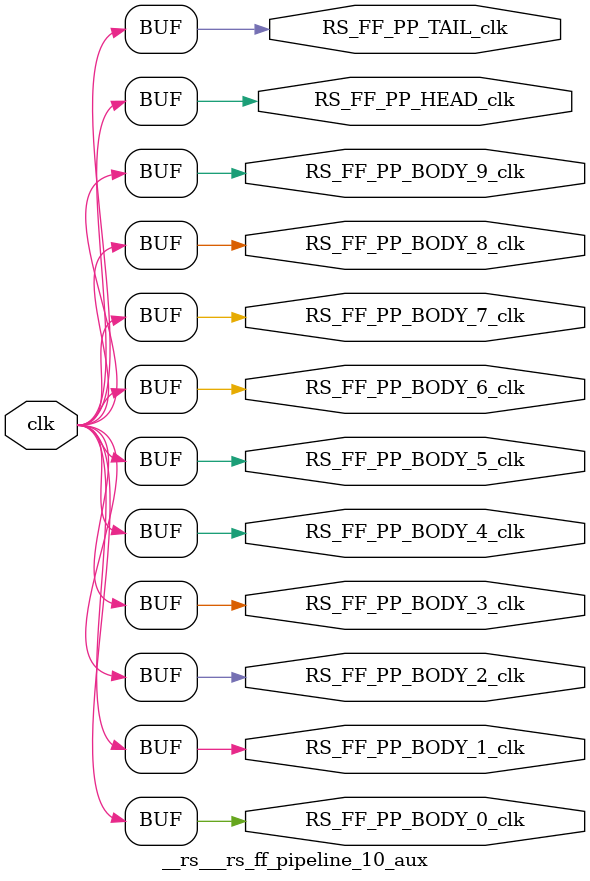
<source format=v>
`timescale 1 ns / 1 ps
module __rs___rs_ff_pipeline_10_aux #(
    parameter DATA_WIDTH      = 32,
    parameter HEAD_LEVEL      = 0,
    parameter BODY_LEVEL      = 10,
    parameter TAIL_LEVEL      = 0,
    parameter __HEAD_REGION   = "",
    parameter __BODY_0_REGION = "",
    parameter __BODY_1_REGION = "",
    parameter __BODY_2_REGION = "",
    parameter __BODY_3_REGION = "",
    parameter __BODY_4_REGION = "",
    parameter __BODY_5_REGION = "",
    parameter __BODY_6_REGION = "",
    parameter __BODY_7_REGION = "",
    parameter __BODY_8_REGION = "",
    parameter __BODY_9_REGION = "",
    parameter __TAIL_REGION   = ""
) (
    output wire RS_FF_PP_BODY_0_clk,
    output wire RS_FF_PP_BODY_1_clk,
    output wire RS_FF_PP_BODY_2_clk,
    output wire RS_FF_PP_BODY_3_clk,
    output wire RS_FF_PP_BODY_4_clk,
    output wire RS_FF_PP_BODY_5_clk,
    output wire RS_FF_PP_BODY_6_clk,
    output wire RS_FF_PP_BODY_7_clk,
    output wire RS_FF_PP_BODY_8_clk,
    output wire RS_FF_PP_BODY_9_clk,
    output wire RS_FF_PP_HEAD_clk,
    output wire RS_FF_PP_TAIL_clk,
    input wire  clk
);
  wire [DATA_WIDTH-1:0] body_dout_0;
  wire [DATA_WIDTH-1:0] body_dout_1;
  wire [DATA_WIDTH-1:0] body_dout_2;
  wire [DATA_WIDTH-1:0] body_dout_3;
  wire [DATA_WIDTH-1:0] body_dout_4;
  wire [DATA_WIDTH-1:0] body_dout_5;
  wire [DATA_WIDTH-1:0] body_dout_6;
  wire [DATA_WIDTH-1:0] body_dout_7;
  wire [DATA_WIDTH-1:0] body_dout_8;
  wire [DATA_WIDTH-1:0] body_dout_9;
  wire [DATA_WIDTH-1:0] body_dout_10;
  assign RS_FF_PP_HEAD_clk = clk;
  assign RS_FF_PP_BODY_0_clk = clk;
  assign RS_FF_PP_BODY_1_clk = clk;
  assign RS_FF_PP_BODY_2_clk = clk;
  assign RS_FF_PP_BODY_3_clk = clk;
  assign RS_FF_PP_BODY_4_clk = clk;
  assign RS_FF_PP_BODY_5_clk = clk;
  assign RS_FF_PP_BODY_6_clk = clk;
  assign RS_FF_PP_BODY_7_clk = clk;
  assign RS_FF_PP_BODY_8_clk = clk;
  assign RS_FF_PP_BODY_9_clk = clk;
  assign RS_FF_PP_TAIL_clk = clk;
endmodule
</source>
